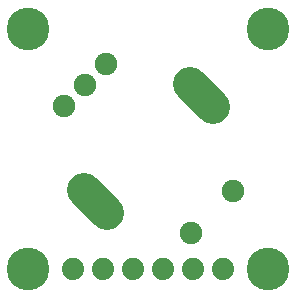
<source format=gbr>
G04 EAGLE Gerber RS-274X export*
G75*
%MOMM*%
%FSLAX34Y34*%
%LPD*%
%INSoldermask Bottom*%
%IPPOS*%
%AMOC8*
5,1,8,0,0,1.08239X$1,22.5*%
G01*
%ADD10C,1.901600*%
%ADD11C,2.901600*%
%ADD12C,1.879600*%
%ADD13C,3.617600*%


D10*
X73118Y180882D03*
X55158Y162921D03*
X91079Y198842D03*
D11*
X72199Y91998D02*
X91998Y72199D01*
X181801Y162002D02*
X162002Y181801D01*
D10*
X162921Y55158D03*
X198842Y91079D03*
D12*
X190500Y25400D03*
X165100Y25400D03*
X139700Y25400D03*
X114300Y25400D03*
X88900Y25400D03*
X63500Y25400D03*
D13*
X25400Y228600D03*
X228600Y228600D03*
X25400Y25400D03*
X228600Y25400D03*
M02*

</source>
